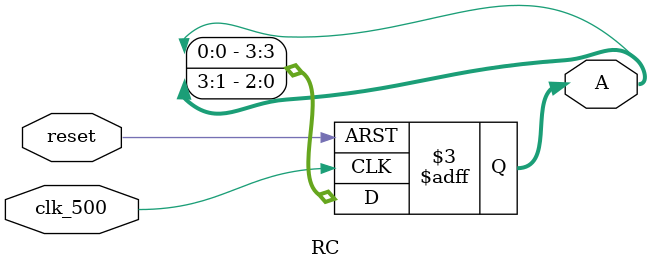
<source format=v>
`timescale 1ns / 1ps

module RC(A,clk_500,reset);
  output [3:0] A;
  input clk_500;
  input reset;
  reg [3:0] A;
  
always @ (posedge clk_500 or posedge reset)
  if (reset == 1'b1)
  A <= 4'b1110;
  else
  begin
  A[3] <= A[0];
  A[2] <= A[3];
  A[1] <= A[2];
  A[0] <= A[1];
  end
endmodule

</source>
